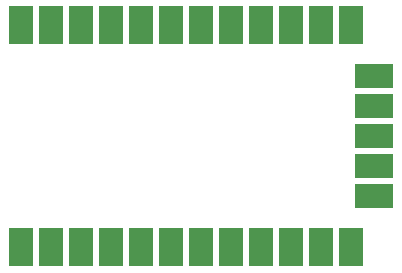
<source format=gbr>
G04 #@! TF.GenerationSoftware,KiCad,Pcbnew,6.0.7-f9a2dced07~116~ubuntu22.04.1*
G04 #@! TF.CreationDate,2022-08-13T16:20:41-04:00*
G04 #@! TF.ProjectId,atari-keyboard,61746172-692d-46b6-9579-626f6172642e,rev?*
G04 #@! TF.SameCoordinates,Original*
G04 #@! TF.FileFunction,Paste,Top*
G04 #@! TF.FilePolarity,Positive*
%FSLAX46Y46*%
G04 Gerber Fmt 4.6, Leading zero omitted, Abs format (unit mm)*
G04 Created by KiCad (PCBNEW 6.0.7-f9a2dced07~116~ubuntu22.04.1) date 2022-08-13 16:20:41*
%MOMM*%
%LPD*%
G01*
G04 APERTURE LIST*
%ADD10R,2.000000X3.250000*%
%ADD11R,3.250000X2.000000*%
G04 APERTURE END LIST*
D10*
X66382000Y-206598000D03*
X68922000Y-206598000D03*
X71462000Y-206598000D03*
X74002000Y-206598000D03*
X76542000Y-206598000D03*
X79082000Y-206598000D03*
X81622000Y-206598000D03*
X84162000Y-206598000D03*
X86702000Y-206598000D03*
X89242000Y-206598000D03*
X91782000Y-206598000D03*
X94322000Y-206598000D03*
X94322000Y-187802000D03*
X91782000Y-187802000D03*
X89242000Y-187802000D03*
X86702000Y-187802000D03*
X84162000Y-187802000D03*
X81622000Y-187802000D03*
X79082000Y-187802000D03*
X76542000Y-187802000D03*
X74002000Y-187802000D03*
X71462000Y-187802000D03*
X68922000Y-187802000D03*
X66382000Y-187802000D03*
D11*
X96227000Y-202280000D03*
X96227000Y-199740000D03*
X96227000Y-197200000D03*
X96227000Y-194660000D03*
X96227000Y-192120000D03*
M02*

</source>
